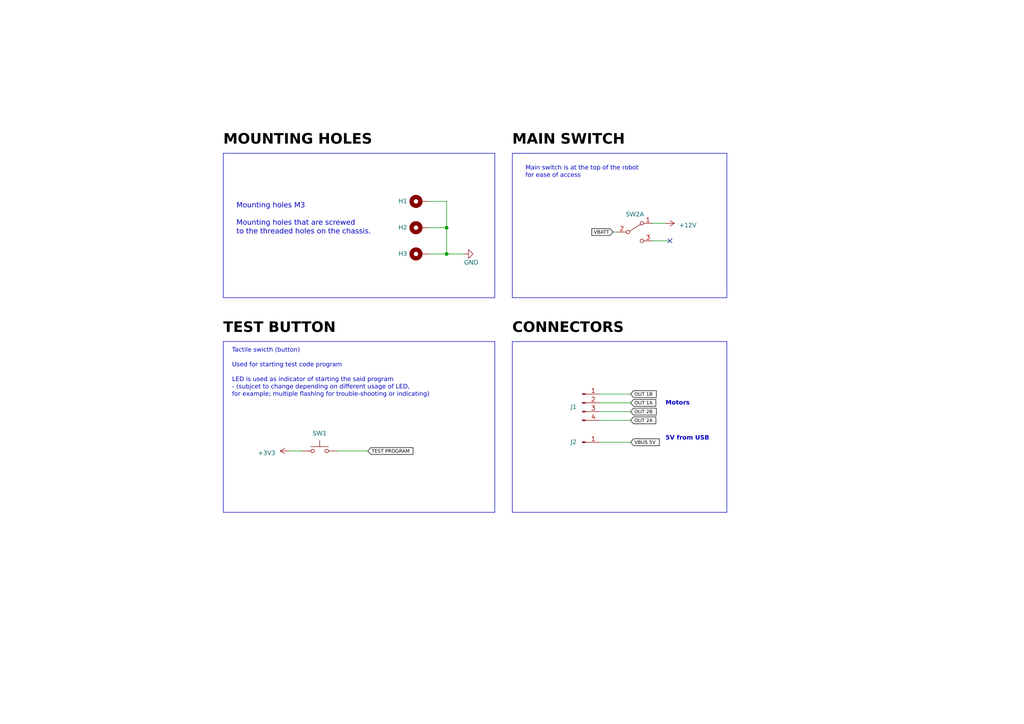
<source format=kicad_sch>
(kicad_sch (version 20231120) (generator "eeschema") (generator_version "8.0")
  (paper "A4")
  (title_block (title "SUMEC_MK_III") (company "SPŠ NA PROSEKU") (comment 1 "Made in Prague, Czech Republic") (comment 2 "CONTACT: Savva Popov, savva.popov.sp@gmail.com, +420 605 570 366") (comment 3 "Made by bismarx-v1") (comment 4 "SUMEC MK III aka SMD-V2 board"))
  (lib_symbols
    (symbol "Connector:Conn_01x01_Pin" (pin_names (offset 1.016) hide)
      (property "Reference" "J" (at 0 2.54 0))
      (property "Value" "Conn_01x01_Pin" (at 0 -2.54 0))
      (symbol "Conn_01x01_Pin_1_1"
        (polyline (pts (xy 1.27 0) (xy 0.8636 0)) (stroke (width 0.1524)))
        (rectangle (start 0.8636 0.127) (end 0 -0.127) (stroke (width 0.1524)) (fill (type outline)))
        (pin passive line (at 5.08 0 180) (length 3.81) (name "Pin_1") (number "1"))
      )
    )
    (symbol "Connector:Conn_01x04_Pin" (pin_names (offset 1.016) hide)
      (property "Reference" "J" (at 0 5.08 0))
      (property "Value" "Conn_01x04_Pin" (at 0 -7.62 0))
      (symbol "Conn_01x04_Pin_1_1"
        (polyline (pts (xy 1.27 -5.08) (xy 0.8636 -5.08)) (stroke (width 0.1524)))
        (polyline (pts (xy 1.27 -2.54) (xy 0.8636 -2.54)) (stroke (width 0.1524)))
        (polyline (pts (xy 1.27 0) (xy 0.8636 0)) (stroke (width 0.1524)))
        (polyline (pts (xy 1.27 2.54) (xy 0.8636 2.54)) (stroke (width 0.1524)))
        (rectangle (start 0.8636 -4.953) (end 0 -5.207) (stroke (width 0.1524)) (fill (type outline)))
        (rectangle (start 0.8636 -2.413) (end 0 -2.667) (stroke (width 0.1524)) (fill (type outline)))
        (rectangle (start 0.8636 0.127) (end 0 -0.127) (stroke (width 0.1524)) (fill (type outline)))
        (rectangle (start 0.8636 2.667) (end 0 2.413) (stroke (width 0.1524)) (fill (type outline)))
        (pin passive line (at 5.08 2.54 180) (length 3.81) (name "Pin_1") (number "1"))
        (pin passive line (at 5.08 0 180) (length 3.81) (name "Pin_2") (number "2"))
        (pin passive line (at 5.08 -2.54 180) (length 3.81) (name "Pin_3") (number "3"))
        (pin passive line (at 5.08 -5.08 180) (length 3.81) (name "Pin_4") (number "4"))
      )
    )
    (symbol "Mechanical:MountingHole_Pad" (pin_numbers hide) (pin_names (offset 1.016) hide)
      (property "Reference" "H" (at 0 6.35 0))
      (property "Value" "MountingHole_Pad" (at 0 4.445 0))
      (symbol "MountingHole_Pad_0_1"
        (circle (center 0 1.27) (radius 1.27) (stroke (width 1.27)))
      )
      (symbol "MountingHole_Pad_1_1"
        (pin input line (at 0 -2.54 90) (length 2.54) (name "1") (number "1"))
      )
    )
    (symbol "Switch:SW_DPDT_x2" (pin_names (offset 0) hide)
      (property "Reference" "SW" (at 0 4.318 0))
      (property "Value" "SW_DPDT_x2" (at 0 -5.08 0))
      (symbol "SW_DPDT_x2_0_0"
        (circle (center -2.032 0) (radius 0.508))
        (circle (center 2.032 -2.54) (radius 0.508))
      )
      (symbol "SW_DPDT_x2_0_1"
        (polyline (pts (xy -1.524 0.254) (xy 1.651 2.286)))
        (circle (center 2.032 2.54) (radius 0.508))
      )
      (symbol "SW_DPDT_x2_1_1"
        (pin passive line (at 5.08 2.54 180) (length 2.54) (name "A") (number "1"))
        (pin passive line (at -5.08 0 0) (length 2.54) (name "B") (number "2"))
        (pin passive line (at 5.08 -2.54 180) (length 2.54) (name "C") (number "3"))
      )
      (symbol "SW_DPDT_x2_2_1"
        (pin passive line (at 5.08 2.54 180) (length 2.54) (name "A") (number "4"))
        (pin passive line (at -5.08 0 0) (length 2.54) (name "B") (number "5"))
        (pin passive line (at 5.08 -2.54 180) (length 2.54) (name "C") (number "6"))
      )
    )
    (symbol "Switch:SW_Push" (pin_numbers hide) (pin_names (offset 1.016) hide)
      (property "Reference" "SW" (at 1.27 2.54 0))
      (property "Value" "SW_Push" (at 0 -1.524 0))
      (symbol "SW_Push_0_1"
        (circle (center -2.032 0) (radius 0.508))
        (polyline (pts (xy 0 1.27) (xy 0 3.048)))
        (polyline (pts (xy 2.54 1.27) (xy -2.54 1.27)))
        (circle (center 2.032 0) (radius 0.508))
        (pin passive line (at -5.08 0 0) (length 2.54) (name "1") (number "1"))
        (pin passive line (at 5.08 0 180) (length 2.54) (name "2") (number "2"))
      )
    )
    (symbol "power:+12V" (power) (pin_names (offset 0))
      (property "Value" "+12V" (at 0 3.556 0))
      (symbol "+12V_0_1"
        (polyline (pts (xy -0.762 1.27) (xy 0 2.54)))
        (polyline (pts (xy 0 0) (xy 0 2.54)))
        (polyline (pts (xy 0 2.54) (xy 0.762 1.27)))
      )
      (symbol "+12V_1_1"
        (pin power_in line (at 0 0 90) (length 0) hide (name "+12V") (number "1"))
      )
    )
    (symbol "power:+3V3" (power) (pin_names (offset 0))
      (property "Value" "+3V3" (at 0 3.556 0))
      (symbol "+3V3_0_1"
        (polyline (pts (xy -0.762 1.27) (xy 0 2.54)))
        (polyline (pts (xy 0 0) (xy 0 2.54)))
        (polyline (pts (xy 0 2.54) (xy 0.762 1.27)))
      )
      (symbol "+3V3_1_1"
        (pin power_in line (at 0 0 90) (length 0) hide (name "+3V3") (number "1"))
      )
    )
    (symbol "power:GND" (power) (pin_names (offset 0))
      (property "Value" "GND" (at 0 -3.81 0))
      (symbol "GND_0_1"
        (polyline (pts (xy 0 0) (xy 0 -1.27) (xy 1.27 -1.27) (xy 0 -2.54) (xy -1.27 -1.27) (xy 0 -1.27)))
      )
      (symbol "GND_1_1"
        (pin power_in line (at 0 0 270) (length 0) hide (name "GND") (number "1"))
      )
    )
  )
  (junction (at 129.54 73.66))
  (junction (at 129.54 66.04))
  (no_connect (at 194.31 69.85))
  (wire (pts (xy 173.99 119.38) (xy 182.88 119.38)))
  (wire (pts (xy 193.04 64.77) (xy 189.23 64.77)))
  (wire (pts (xy 173.99 114.3) (xy 182.88 114.3)))
  (polyline (pts (xy 64.77 99.06) (xy 143.51 99.06)))
  (wire (pts (xy 124.46 58.42) (xy 129.54 58.42)))
  (wire (pts (xy 173.99 116.84) (xy 182.88 116.84)))
  (polyline (pts (xy 210.82 86.36) (xy 148.59 86.36)))
  (polyline (pts (xy 148.59 148.59) (xy 148.59 99.06)))
  (polyline (pts (xy 143.51 44.45) (xy 143.51 86.36)))
  (polyline (pts (xy 148.59 86.36) (xy 148.59 44.45)))
  (polyline (pts (xy 64.77 86.36) (xy 64.77 44.45)))
  (wire (pts (xy 134.62 73.66) (xy 129.54 73.66)))
  (wire (pts (xy 83.82 130.81) (xy 87.63 130.81)))
  (wire (pts (xy 129.54 66.04) (xy 129.54 73.66)))
  (polyline (pts (xy 153.67 44.45) (xy 148.59 44.45)))
  (wire (pts (xy 97.79 130.81) (xy 106.68 130.81)))
  (wire (pts (xy 173.99 121.92) (xy 182.88 121.92)))
  (polyline (pts (xy 148.59 99.06) (xy 210.82 99.06)))
  (wire (pts (xy 177.8 67.31) (xy 179.07 67.31)))
  (polyline (pts (xy 148.59 44.45) (xy 153.67 44.45)))
  (wire (pts (xy 129.54 73.66) (xy 124.46 73.66)))
  (polyline (pts (xy 64.77 44.45) (xy 143.51 44.45)))
  (wire (pts (xy 182.88 128.27) (xy 173.99 128.27)))
  (polyline (pts (xy 210.82 99.06) (xy 210.82 148.59)))
  (polyline (pts (xy 210.82 44.45) (xy 210.82 86.36)))
  (polyline (pts (xy 143.51 99.06) (xy 143.51 148.59)))
  (wire (pts (xy 124.46 66.04) (xy 129.54 66.04)))
  (polyline (pts (xy 64.77 148.59) (xy 143.51 148.59)))
  (wire (pts (xy 129.54 58.42) (xy 129.54 66.04)))
  (wire (pts (xy 194.31 69.85) (xy 189.23 69.85)))
  (polyline (pts (xy 64.77 86.36) (xy 143.51 86.36)))
  (polyline (pts (xy 151.13 44.45) (xy 210.82 44.45)))
  (polyline (pts (xy 210.82 148.59) (xy 148.59 148.59)))
  (polyline (pts (xy 64.77 148.59) (xy 64.77 99.06)))
  (text "MOUNTING HOLES" (at 64.77 43.18 0) (effects (font (size 3 3) (bold yes)) (justify left bottom)))
  (text "Mounting holes M3 \n\nMounting holes that are screwed \nto the threaded holes on the chassis.\n" (at 68.58 68.58 0) (effects (font (size 1.5 1.5) (italic yes)) (justify left bottom)))
  (text "MAIN SWITCH" (at 148.59 43.18 0) (effects (font (size 3 3) (bold yes)) (justify left bottom)))
  (text "Motors " (at 193.04 118.11 0) (effects (font (size 1.27 1.27) (thickness 0.254) (bold yes)) (justify left bottom)))
  (text "TEST BUTTON" (at 64.77 97.79 0) (effects (font (size 3 3) (bold yes)) (justify left bottom)))
  (text "Main switch is at the top of the robot \nfor ease of access" (at 152.4 52.07 0) (effects (font (size 1.27 1.27)) (justify left bottom)))
  (text "5V from USB" (at 193.04 128.27 0) (effects (font (size 1.27 1.27) (thickness 0.254) (bold yes)) (justify left bottom)))
  (text "CONNECTORS" (at 148.59 97.79 0) (effects (font (size 3 3) (bold yes)) (justify left bottom)))
  (text "Tactile swicth (button)\n\nUsed for starting test code program\n\nLED is used as indicator of starting the said program \n- (subjcet to change depending on different usage of LED, \nfor example; multiple flashing for trouble-shooting or indicating)" (at 67.31 115.57 0) (effects (font (size 1.27 1.27) (italic yes)) (justify left bottom)))
  (global_label "OUT 2A" (shape input) (at 182.88 121.92 0) (effects (font (size 1 1))) (property "Intersheetrefs" "${INTERSHEET_REFS}" (effects (hide yes))))
  (global_label "OUT 1B" (shape input) (at 182.88 114.3 0) (effects (font (size 1 1))) (property "Intersheetrefs" "${INTERSHEET_REFS}" (effects (hide yes))))
  (global_label "OUT 2B" (shape input) (at 182.88 119.38 0) (effects (font (size 1 1))) (property "Intersheetrefs" "${INTERSHEET_REFS}" (effects (hide yes))))
  (global_label "VBUS 5V" (shape input) (at 182.88 128.27 0) (effects (font (size 1 1))) (property "Intersheetrefs" "${INTERSHEET_REFS}" (effects (hide yes))))
  (global_label "OUT 1A" (shape input) (at 182.88 116.84 0) (effects (font (size 1 1))) (property "Intersheetrefs" "${INTERSHEET_REFS}" (effects (hide yes))))
  (global_label "VBATT" (shape input) (at 177.8 67.31 180) (effects (font (size 1 1))) (property "Intersheetrefs" "${INTERSHEET_REFS}" (effects (hide yes))))
  (global_label "TEST PROGRAM" (shape input) (at 106.68 130.81 0) (effects (font (size 1 1))) (property "Intersheetrefs" "${INTERSHEET_REFS}" (effects (hide yes))))
  (symbol (lib_id "power:GND") (at 134.62 73.66 90) (unit 1)
    (property "Reference" "#PWR02" (effects (hide yes)))
    (property "Value" "GND" (at 134.62 76.2 90) (effects (justify right)))
  )
  (symbol (lib_id "Switch:SW_Push") (at 92.71 130.81 0) (unit 1)
    (property "Reference" "SW1" (at 92.71 125.73 0))
    (property "Value" "SW_Push" (effects (hide yes)))
    (property "Footprint" "Button_Switch_SMD:SW_SPST_B3U-1000P" (effects (hide yes)))
  )
  (symbol (lib_id "power:+12V") (at 193.04 64.77 270) (unit 1)
    (property "Reference" "#PWR03" (effects (hide yes)))
    (property "Value" "+12V" (at 196.85 65.405 90) (effects (justify left)))
  )
  (symbol (lib_id "Connector:Conn_01x04_Pin") (at 168.91 116.84 0) (unit 1)
    (property "Reference" "J1" (at 166.37 118.11 0))
    (property "Value" "Conn_01x04_Pin" (effects (hide yes)))
    (property "Footprint" "Connector_JST:JST_XH_B4B-XH-A_1x04_P2.50mm_Vertical" (effects (hide yes)))
  )
  (symbol (lib_id "power:+3V3") (at 83.82 130.81 90) (unit 1)
    (property "Reference" "#PWR01" (effects (hide yes)))
    (property "Value" "+3V3" (at 80.01 131.445 90) (effects (justify left)))
  )
  (symbol (lib_id "Switch:SW_DPDT_x2") (at 184.15 67.31 0) (unit 1)
    (property "Reference" "SW2" (at 184.15 62.23 0))
    (property "Value" "SW_DPDT_x2" (effects (hide yes)))
    (property "Footprint" "sumec-smdV2_library:Custom_SPDT_4.8mm_Switch" (effects (hide yes)))
  )
  (symbol (lib_id "Connector:Conn_01x01_Pin") (at 168.91 128.27 0) (unit 1)
    (property "Reference" "J2" (at 166.37 128.27 0))
    (property "Value" "Conn_01x01_Pin" (effects (hide yes)))
    (property "Footprint" "Connector_Wire:SolderWire-0.1sqmm_1x01_D0.4mm_OD1mm" (effects (hide yes)))
  )
  (symbol (lib_id "Mechanical:MountingHole_Pad") (at 121.92 58.42 90) (unit 1)
    (property "Reference" "H1" (at 116.84 58.42 90))
    (property "Value" "MountingHole_Pad" (effects (hide yes)))
    (property "Footprint" "MountingHole:MountingHole_3.2mm_M3_Pad" (effects (hide yes)))
  )
  (symbol (lib_id "Mechanical:MountingHole_Pad") (at 121.92 66.04 90) (unit 1)
    (property "Reference" "H2" (at 116.84 66.04 90))
    (property "Value" "MountingHole_Pad" (effects (hide yes)))
    (property "Footprint" "MountingHole:MountingHole_3.2mm_M3_Pad" (effects (hide yes)))
  )
  (symbol (lib_id "Mechanical:MountingHole_Pad") (at 121.92 73.66 90) (unit 1)
    (property "Reference" "H3" (at 116.84 73.66 90))
    (property "Value" "MountingHole_Pad" (effects (hide yes)))
    (property "Footprint" "MountingHole:MountingHole_3.2mm_M3_Pad" (effects (hide yes)))
  )
)
</source>
